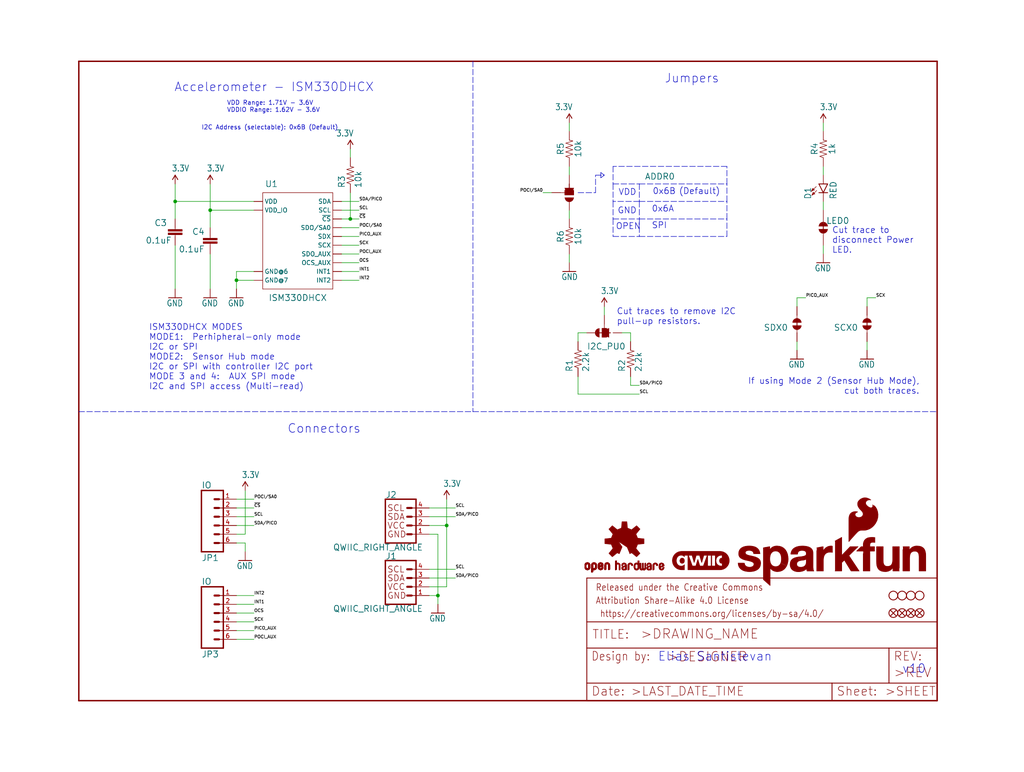
<source format=kicad_sch>
(kicad_sch (version 20211123) (generator eeschema)
  (paper "User" 297.002 223.926)
  (lib_symbols
    (symbol "eagleSchem-eagle-import:0.1UF-0603-25V-(+80{slash}-20%)"
      (property "Reference" "C" (at 1.524 2.921 0))
      (property "Value" "0.1UF-0603-25V-(+80{slash}-20%)" (at 1.524 -2.159 0))
      (symbol "0.1UF-0603-25V-(+80{slash}-20%)_1_0"
        (pin passive line (at 0 5.08 270) (length 2.54) (name "1") (number "1"))
        (pin passive line (at 0 -2.54 90) (length 2.54) (name "2") (number "2"))
      )
    )
    (symbol "eagleSchem-eagle-import:10KOHM-0603-1{slash}10W-1%"
      (property "Reference" "R" (at 0 1.524 0))
      (property "Value" "10KOHM-0603-1{slash}10W-1%" (at 0 -1.524 0))
      (symbol "10KOHM-0603-1{slash}10W-1%_1_0"
        (pin passive line (at -5.08 0 0) (length 2.54) (name "1") (number "1"))
        (pin passive line (at 5.08 0 180) (length 2.54) (name "2") (number "2"))
      )
    )
    (symbol "eagleSchem-eagle-import:1KOHM-0603-1{slash}10W-1%"
      (property "Reference" "R" (at 0 1.524 0))
      (property "Value" "1KOHM-0603-1{slash}10W-1%" (at 0 -1.524 0))
      (symbol "1KOHM-0603-1{slash}10W-1%_1_0"
        (pin passive line (at -5.08 0 0) (length 2.54) (name "1") (number "1"))
        (pin passive line (at 5.08 0 180) (length 2.54) (name "2") (number "2"))
      )
    )
    (symbol "eagleSchem-eagle-import:2.2KOHM-0603-1{slash}10W-1%"
      (property "Reference" "R" (at 0 1.524 0))
      (property "Value" "2.2KOHM-0603-1{slash}10W-1%" (at 0 -1.524 0))
      (symbol "2.2KOHM-0603-1{slash}10W-1%_1_0"
        (pin passive line (at -5.08 0 0) (length 2.54) (name "1") (number "1"))
        (pin passive line (at 5.08 0 180) (length 2.54) (name "2") (number "2"))
      )
    )
    (symbol "eagleSchem-eagle-import:3.3V" (power)
      (property "Value" "3.3V" (at 0 2.794 0))
      (symbol "3.3V_1_0"
        (pin power_in line (at 0 0 90) (length 2.54) (name "3.3V") (number "1"))
      )
    )
    (symbol "eagleSchem-eagle-import:CONN_06NO_SILK_NO_POP"
      (property "Reference" "J" (at -5.08 10.668 0))
      (property "Value" "CONN_06NO_SILK_NO_POP" (at -5.08 -9.906 0))
      (symbol "CONN_06NO_SILK_NO_POP_1_0"
        (pin passive line (at 5.08 -5.08 180) (length 5.08) (name "1") (number "1"))
        (pin passive line (at 5.08 -2.54 180) (length 5.08) (name "2") (number "2"))
        (pin passive line (at 5.08 0 180) (length 5.08) (name "3") (number "3"))
        (pin passive line (at 5.08 2.54 180) (length 5.08) (name "4") (number "4"))
        (pin passive line (at 5.08 5.08 180) (length 5.08) (name "5") (number "5"))
        (pin passive line (at 5.08 7.62 180) (length 5.08) (name "6") (number "6"))
      )
    )
    (symbol "eagleSchem-eagle-import:FIDUCIALUFIDUCIAL")
    (symbol "eagleSchem-eagle-import:FRAME-LETTER"
      (symbol "FRAME-LETTER_2_0"
        (text " https://creativecommons.org/licenses/by-sa/4.0/" (at 2.54 24.13 0) (effects (font (size 1.9304 1.6408)) (justify left bottom)))
        (text ">DESIGNER" (at 23.114 11.176 0) (effects (font (size 2.7432 2.7432)) (justify left bottom)))
        (text ">DRAWING_NAME" (at 15.494 17.78 0) (effects (font (size 2.7432 2.7432)) (justify left bottom)))
        (text ">LAST_DATE_TIME" (at 12.7 1.27 0) (effects (font (size 2.54 2.54)) (justify left bottom)))
        (text ">REV" (at 88.9 6.604 0) (effects (font (size 2.7432 2.7432)) (justify left bottom)))
        (text ">SHEET" (at 86.36 1.27 0) (effects (font (size 2.54 2.54)) (justify left bottom)))
        (text "Attribution Share-Alike 4.0 License" (at 2.54 27.94 0) (effects (font (size 1.9304 1.6408)) (justify left bottom)))
        (text "Date:" (at 1.27 1.27 0) (effects (font (size 2.54 2.54)) (justify left bottom)))
        (text "Design by:" (at 1.27 11.43 0) (effects (font (size 2.54 2.159)) (justify left bottom)))
        (text "Released under the Creative Commons" (at 2.54 31.75 0) (effects (font (size 1.9304 1.6408)) (justify left bottom)))
        (text "REV:" (at 88.9 11.43 0) (effects (font (size 2.54 2.54)) (justify left bottom)))
        (text "Sheet:" (at 72.39 1.27 0) (effects (font (size 2.54 2.54)) (justify left bottom)))
        (text "TITLE:" (at 1.524 17.78 0) (effects (font (size 2.54 2.54)) (justify left bottom)))
      )
    )
    (symbol "eagleSchem-eagle-import:GND" (power)
      (property "Value" "GND" (at 0 -0.254 0))
      (symbol "GND_1_0"
        (pin power_in line (at 0 2.54 270) (length 2.54) (name "GND") (number "1"))
      )
    )
    (symbol "eagleSchem-eagle-import:ISM330DHCX"
      (property "Reference" "U" (at -7.62 15.24 0))
      (property "Value" "ISM330DHCX" (at -7.62 -17.78 0))
      (symbol "ISM330DHCX_1_0"
        (pin bidirectional line (at 12.7 2.54 180) (length 2.54) (name "SDO/SA0") (number "P1"))
        (pin bidirectional line (at 12.7 -7.62 180) (length 2.54) (name "OCS_AUX") (number "P10"))
        (pin bidirectional line (at 12.7 -5.08 180) (length 2.54) (name "SDO_AUX") (number "P11"))
        (pin bidirectional line (at 12.7 5.08 180) (length 2.54) (name "~{CS}") (number "P12"))
        (pin bidirectional line (at 12.7 7.62 180) (length 2.54) (name "SCL") (number "P13"))
        (pin bidirectional line (at 12.7 10.16 180) (length 2.54) (name "SDA") (number "P14"))
        (pin bidirectional line (at 12.7 0 180) (length 2.54) (name "SDX") (number "P2"))
        (pin bidirectional line (at 12.7 -2.54 180) (length 2.54) (name "SCX") (number "P3"))
        (pin bidirectional line (at 12.7 -10.16 180) (length 2.54) (name "INT1") (number "P4"))
        (pin power_in line (at -12.7 7.62 0) (length 2.54) (name "VDD_IO") (number "P5"))
        (pin power_in line (at -12.7 -10.16 0) (length 2.54) (name "GND@6") (number "P6"))
        (pin power_in line (at -12.7 -12.7 0) (length 2.54) (name "GND@7") (number "P7"))
        (pin power_in line (at -12.7 10.16 0) (length 2.54) (name "VDD") (number "P8"))
        (pin bidirectional line (at 12.7 -12.7 180) (length 2.54) (name "INT2") (number "P9"))
      )
    )
    (symbol "eagleSchem-eagle-import:JUMPER-SMT_2_NC_TRACE_SILK"
      (property "Reference" "JP" (at 0 3.048 0))
      (property "Value" "JUMPER-SMT_2_NC_TRACE_SILK" (at 0 -3.048 0))
      (symbol "JUMPER-SMT_2_NC_TRACE_SILK_1_0"
        (pin passive line (at -5.08 0 0) (length 2.54) (name "1") (number "1"))
        (pin passive line (at 5.08 0 180) (length 2.54) (name "2") (number "2"))
      )
    )
    (symbol "eagleSchem-eagle-import:JUMPER-SMT_3_1-NC_TRACE_SILK"
      (property "Reference" "JP" (at 5.842 1.524 0))
      (property "Value" "JUMPER-SMT_3_1-NC_TRACE_SILK" (at 6.604 -1.27 0))
      (symbol "JUMPER-SMT_3_1-NC_TRACE_SILK_1_0"
        (pin passive line (at 0 5.08 270) (length 2.54) (name "1") (number "1"))
        (pin passive line (at -5.08 0 0) (length 2.54) (name "2") (number "2"))
        (pin passive line (at 0 -5.08 90) (length 2.54) (name "3") (number "3"))
      )
    )
    (symbol "eagleSchem-eagle-import:JUMPER-SMT_3_2-NC_TRACE_SILK"
      (property "Reference" "JP" (at 6.096 1.524 0))
      (property "Value" "JUMPER-SMT_3_2-NC_TRACE_SILK" (at 6.858 -1.524 0))
      (symbol "JUMPER-SMT_3_2-NC_TRACE_SILK_1_0"
        (pin passive line (at 0 5.08 270) (length 2.54) (name "1") (number "1"))
        (pin passive line (at -5.08 0 0) (length 2.54) (name "2") (number "2"))
        (pin passive line (at 0 -5.08 90) (length 2.54) (name "3") (number "3"))
      )
    )
    (symbol "eagleSchem-eagle-import:LED-RED0603"
      (property "Reference" "D" (at -3.429 -4.572 90))
      (property "Value" "LED-RED0603" (at 1.905 -4.572 90))
      (symbol "LED-RED0603_1_0"
        (pin passive line (at 0 2.54 270) (length 2.54) (name "A") (number "A"))
        (pin passive line (at 0 -5.08 90) (length 2.54) (name "C") (number "C"))
      )
    )
    (symbol "eagleSchem-eagle-import:OSHW-LOGOMINI")
    (symbol "eagleSchem-eagle-import:QWIIC_CONNECTORJS-1MM"
      (property "Reference" "J" (at -5.08 7.874 0))
      (property "Value" "QWIIC_CONNECTORJS-1MM" (at -5.08 -5.334 0))
      (symbol "QWIIC_CONNECTORJS-1MM_1_0"
        (text "GND" (at -4.572 -2.54 0) (effects (font (size 1.778 1.778)) (justify left)))
        (text "SCL" (at -4.572 5.08 0) (effects (font (size 1.778 1.778)) (justify left)))
        (text "SDA" (at -4.572 2.54 0) (effects (font (size 1.778 1.778)) (justify left)))
        (text "VCC" (at -4.572 0 0) (effects (font (size 1.778 1.778)) (justify left)))
        (pin power_in line (at 7.62 -2.54 180) (length 5.08) (name "1") (number "1"))
        (pin power_in line (at 7.62 0 180) (length 5.08) (name "2") (number "2"))
        (pin passive line (at 7.62 2.54 180) (length 5.08) (name "3") (number "3"))
        (pin passive line (at 7.62 5.08 180) (length 5.08) (name "4") (number "4"))
      )
    )
    (symbol "eagleSchem-eagle-import:QWIIC_LOGO_4MM")
    (symbol "eagleSchem-eagle-import:SFE_LOGO_NAME_FLAME.1_INCH")
    (symbol "eagleSchem-eagle-import:STAND-OFFTIGHT")
  )
  (junction (at 60.96 60.96))
  (junction (at 127 172.72))
  (junction (at 129.54 152.4))
  (junction (at 68.58 81.28))
  (junction (at 101.6 63.5))
  (junction (at 50.8 58.42))
  (wire (pts (xy 60.96 66.04) (xy 60.96 60.96)))
  (polyline (pts (xy 185.42 58.42) (xy 210.82 58.42)))
  (wire (pts (xy 124.46 154.94) (xy 127 154.94)))
  (polyline (pts (xy 177.8 53.34) (xy 177.8 58.42)))
  (wire (pts (xy 251.46 88.9) (xy 251.46 86.36)))
  (polyline (pts (xy 22.86 119.38) (xy 137.16 119.38)))
  (wire (pts (xy 68.58 152.4) (xy 73.66 152.4)))
  (wire (pts (xy 182.88 111.76) (xy 185.42 111.76)))
  (polyline (pts (xy 174.244 50.038) (xy 174.244 51.562)))
  (polyline (pts (xy 167.64 55.88) (xy 172.72 55.88)))
  (wire (pts (xy 99.06 81.28) (xy 104.14 81.28)))
  (wire (pts (xy 124.46 147.32) (xy 132.08 147.32)))
  (wire (pts (xy 175.26 88.9) (xy 175.26 91.44)))
  (wire (pts (xy 160.02 55.88) (xy 157.48 55.88)))
  (polyline (pts (xy 185.42 58.42) (xy 185.42 63.5)))
  (wire (pts (xy 167.64 109.22) (xy 167.64 114.3)))
  (polyline (pts (xy 210.82 48.26) (xy 177.8 48.26)))
  (wire (pts (xy 104.14 63.5) (xy 101.6 63.5)))
  (wire (pts (xy 68.58 81.28) (xy 68.58 78.74)))
  (wire (pts (xy 50.8 83.82) (xy 50.8 71.12)))
  (wire (pts (xy 50.8 63.5) (xy 50.8 58.42)))
  (wire (pts (xy 182.88 109.22) (xy 182.88 111.76)))
  (wire (pts (xy 60.96 83.82) (xy 60.96 73.66)))
  (polyline (pts (xy 185.42 63.5) (xy 210.82 63.5)))
  (wire (pts (xy 99.06 66.04) (xy 104.14 66.04)))
  (wire (pts (xy 129.54 152.4) (xy 129.54 144.78)))
  (wire (pts (xy 68.58 172.72) (xy 73.66 172.72)))
  (wire (pts (xy 68.58 177.8) (xy 73.66 177.8)))
  (wire (pts (xy 68.58 83.82) (xy 68.58 81.28)))
  (wire (pts (xy 99.06 68.58) (xy 104.14 68.58)))
  (wire (pts (xy 50.8 53.34) (xy 50.8 58.42)))
  (wire (pts (xy 251.46 86.36) (xy 254 86.36)))
  (wire (pts (xy 60.96 60.96) (xy 60.96 53.34)))
  (wire (pts (xy 68.58 144.78) (xy 73.66 144.78)))
  (wire (pts (xy 99.06 63.5) (xy 101.6 63.5)))
  (wire (pts (xy 68.58 175.26) (xy 73.66 175.26)))
  (polyline (pts (xy 185.42 58.42) (xy 177.8 58.42)))
  (polyline (pts (xy 137.16 17.78) (xy 137.16 119.38)))
  (polyline (pts (xy 175.26 50.8) (xy 174.244 51.562)))
  (wire (pts (xy 167.64 99.06) (xy 167.64 96.52)))
  (wire (pts (xy 68.58 185.42) (xy 73.66 185.42)))
  (polyline (pts (xy 210.82 53.34) (xy 210.82 48.26)))
  (wire (pts (xy 50.8 58.42) (xy 73.66 58.42)))
  (wire (pts (xy 124.46 172.72) (xy 127 172.72)))
  (wire (pts (xy 231.14 86.36) (xy 233.68 86.36)))
  (wire (pts (xy 238.76 38.1) (xy 238.76 35.56)))
  (wire (pts (xy 124.46 167.64) (xy 132.08 167.64)))
  (polyline (pts (xy 185.42 68.58) (xy 210.82 68.58)))
  (wire (pts (xy 231.14 101.6) (xy 231.14 99.06)))
  (wire (pts (xy 68.58 78.74) (xy 73.66 78.74)))
  (wire (pts (xy 68.58 180.34) (xy 73.66 180.34)))
  (polyline (pts (xy 172.72 50.8) (xy 175.26 50.8)))
  (wire (pts (xy 68.58 147.32) (xy 73.66 147.32)))
  (wire (pts (xy 238.76 71.12) (xy 238.76 73.66)))
  (polyline (pts (xy 175.26 50.8) (xy 174.244 50.038)))
  (wire (pts (xy 167.64 114.3) (xy 185.42 114.3)))
  (polyline (pts (xy 137.16 119.38) (xy 271.78 119.38)))
  (polyline (pts (xy 185.42 63.5) (xy 185.42 68.58)))
  (wire (pts (xy 124.46 149.86) (xy 132.08 149.86)))
  (wire (pts (xy 99.06 76.2) (xy 104.14 76.2)))
  (wire (pts (xy 127 154.94) (xy 127 172.72)))
  (polyline (pts (xy 177.8 63.5) (xy 177.8 68.58)))
  (wire (pts (xy 99.06 60.96) (xy 104.14 60.96)))
  (wire (pts (xy 238.76 58.42) (xy 238.76 60.96)))
  (wire (pts (xy 165.1 73.66) (xy 165.1 76.2)))
  (wire (pts (xy 165.1 48.26) (xy 165.1 50.8)))
  (wire (pts (xy 99.06 71.12) (xy 104.14 71.12)))
  (wire (pts (xy 68.58 154.94) (xy 71.12 154.94)))
  (wire (pts (xy 127 172.72) (xy 127 175.26)))
  (wire (pts (xy 73.66 60.96) (xy 60.96 60.96)))
  (polyline (pts (xy 177.8 58.42) (xy 177.8 63.5)))
  (polyline (pts (xy 210.82 58.42) (xy 210.82 53.34)))
  (wire (pts (xy 238.76 48.26) (xy 238.76 50.8)))
  (wire (pts (xy 68.58 149.86) (xy 73.66 149.86)))
  (wire (pts (xy 68.58 182.88) (xy 73.66 182.88)))
  (polyline (pts (xy 185.42 53.34) (xy 210.82 53.34)))
  (wire (pts (xy 124.46 152.4) (xy 129.54 152.4)))
  (polyline (pts (xy 177.8 53.34) (xy 185.42 53.34)))
  (polyline (pts (xy 177.8 68.58) (xy 185.42 68.58)))
  (wire (pts (xy 124.46 170.18) (xy 129.54 170.18)))
  (polyline (pts (xy 185.42 53.34) (xy 185.42 58.42)))
  (wire (pts (xy 99.06 58.42) (xy 104.14 58.42)))
  (wire (pts (xy 71.12 157.48) (xy 71.12 160.02)))
  (wire (pts (xy 99.06 73.66) (xy 104.14 73.66)))
  (wire (pts (xy 101.6 43.18) (xy 101.6 45.72)))
  (wire (pts (xy 180.34 96.52) (xy 182.88 96.52)))
  (wire (pts (xy 165.1 35.56) (xy 165.1 38.1)))
  (polyline (pts (xy 172.72 55.88) (xy 172.72 50.8)))
  (polyline (pts (xy 210.82 63.5) (xy 210.82 58.42)))
  (wire (pts (xy 167.64 96.52) (xy 170.18 96.52)))
  (wire (pts (xy 124.46 165.1) (xy 132.08 165.1)))
  (wire (pts (xy 182.88 96.52) (xy 182.88 99.06)))
  (wire (pts (xy 129.54 170.18) (xy 129.54 152.4)))
  (wire (pts (xy 251.46 101.6) (xy 251.46 99.06)))
  (wire (pts (xy 231.14 88.9) (xy 231.14 86.36)))
  (wire (pts (xy 73.66 81.28) (xy 68.58 81.28)))
  (wire (pts (xy 71.12 154.94) (xy 71.12 142.24)))
  (wire (pts (xy 101.6 63.5) (xy 101.6 55.88)))
  (wire (pts (xy 68.58 157.48) (xy 71.12 157.48)))
  (wire (pts (xy 104.14 78.74) (xy 99.06 78.74)))
  (polyline (pts (xy 210.82 68.58) (xy 210.82 63.5)))
  (wire (pts (xy 165.1 63.5) (xy 165.1 60.96)))
  (polyline (pts (xy 177.8 63.5) (xy 185.42 63.5)))
  (polyline (pts (xy 177.8 48.26) (xy 177.8 53.34)))
  (text "Elias Santistevan" (at 190.754 192.024 180) (effects (font (size 2.54 2.54)) (justify left bottom)))
  (text "Jumpers" (at 200.66 22.86 180) (effects (font (size 2.54 2.54))))
  (text "SPI" (at 188.976 66.548 180) (effects (font (size 1.778 1.778)) (justify left bottom)))
  (text "Cut trace to\ndisconnect Power\nLED." (at 241.3 73.66 180) (effects (font (size 1.778 1.778)) (justify left bottom)))
  (text "VDD Range: 1.71V - 3.6V\nVDDIO Range: 1.62V - 3.6V" (at 65.786 32.766 180) (effects (font (size 1.27 1.27)) (justify left bottom)))
  (text "(Default)" (at 196.85 56.642 180) (effects (font (size 1.778 1.778)) (justify left bottom)))
  (text "OPEN" (at 178.562 66.802 180) (effects (font (size 1.778 1.778)) (justify left bottom)))
  (text "If using Mode 2 (Sensor Hub Mode),\ncut both traces." (at 266.7 114.554 0) (effects (font (size 1.778 1.778)) (justify right bottom)))
  (text "GND" (at 179.07 62.23 180) (effects (font (size 1.778 1.778)) (justify left bottom)))
  (text "v10" (at 261.62 195.58 180) (effects (font (size 2.54 2.54)) (justify left bottom)))
  (text "Accelerometer - ISM330DHCX" (at 79.502 25.4 180) (effects (font (size 2.54 2.54))))
  (text "Cut traces to remove I2C\npull-up resistors." (at 178.816 89.408 180) (effects (font (size 1.778 1.778)) (justify left top)))
  (text "I2C Address (selectable): 0x6B (Default)" (at 58.42 37.846 180) (effects (font (size 1.27 1.27)) (justify left bottom)))
  (text "Connectors" (at 93.98 124.46 180) (effects (font (size 2.54 2.54))))
  (text "0x6A" (at 188.976 61.722 180) (effects (font (size 1.778 1.778)) (justify left bottom)))
  (text "ISM330DHCX MODES\nMODE1:  Perhipheral-only mode\nI2C or SPI\nMODE2:  Sensor Hub mode\nI2C or SPI with controller I2C port\nMODE 3 and 4:  AUX SPI mode\nI2C and SPI access (Multi-read)" (at 43.18 93.98 0) (effects (font (size 1.778 1.778)) (justify left top)))
  (text "0x6B" (at 189.23 56.642 180) (effects (font (size 1.778 1.778)) (justify left bottom)))
  (text "VDD" (at 179.324 56.896 180) (effects (font (size 1.778 1.778)) (justify left bottom)))
  (label "SCL" (at 185.42 114.3 0) (effects (font (size 0.889 0.889))))
  (label "SCL" (at 132.08 147.32 0) (effects (font (size 0.889 0.889))))
  (label "SCL" (at 73.66 149.86 0) (effects (font (size 0.889 0.889))))
  (label "POCI_AUX" (at 73.66 185.42 0) (effects (font (size 0.889 0.889))))
  (label "SDA/PICO" (at 185.42 111.76 0) (effects (font (size 0.889 0.889))))
  (label "SDA/PICO" (at 73.66 152.4 0) (effects (font (size 0.889 0.889))))
  (label "SDA/PICO" (at 104.14 58.42 0) (effects (font (size 0.889 0.889))))
  (label "SCX" (at 254 86.36 0) (effects (font (size 0.889 0.889))))
  (label "POCI/SA0" (at 73.66 144.78 0) (effects (font (size 0.889 0.889))))
  (label "OCS" (at 73.66 177.8 0) (effects (font (size 0.889 0.889))))
  (label "SCX" (at 73.66 180.34 0) (effects (font (size 0.889 0.889))))
  (label "SCL" (at 132.08 165.1 0) (effects (font (size 0.889 0.889))))
  (label "INT1" (at 73.66 175.26 0) (effects (font (size 0.889 0.889))))
  (label "POCI_AUX" (at 104.14 73.66 0) (effects (font (size 0.889 0.889))))
  (label "INT2" (at 104.14 81.28 0) (effects (font (size 0.889 0.889))))
  (label "POCI/SA0" (at 157.48 55.88 180) (effects (font (size 0.889 0.889))))
  (label "INT1" (at 104.14 78.74 0) (effects (font (size 0.889 0.889))))
  (label "PICO_AUX" (at 104.14 68.58 0) (effects (font (size 0.889 0.889))))
  (label "SDA/PICO" (at 132.08 149.86 0) (effects (font (size 0.889 0.889))))
  (label "PICO_AUX" (at 73.66 182.88 0) (effects (font (size 0.889 0.889))))
  (label "OCS" (at 104.14 76.2 0) (effects (font (size 0.889 0.889))))
  (label "SCL" (at 104.14 60.96 0) (effects (font (size 0.889 0.889))))
  (label "SDA/PICO" (at 132.08 167.64 0) (effects (font (size 0.889 0.889))))
  (label "INT2" (at 73.66 172.72 0) (effects (font (size 0.889 0.889))))
  (label "PICO_AUX" (at 233.68 86.36 0) (effects (font (size 0.889 0.889))))
  (label "SCX" (at 104.14 71.12 0) (effects (font (size 0.889 0.889))))
  (label "~{CS}" (at 73.66 147.32 0) (effects (font (size 0.889 0.889))))
  (label "~{CS}" (at 104.14 63.5 0) (effects (font (size 0.889 0.889))))
  (label "POCI/SA0" (at 104.14 66.04 0) (effects (font (size 0.889 0.889))))
  (symbol (lib_id "eagleSchem-eagle-import:FRAME-LETTER") (at 170.18 203.2 0) (unit 2)
    (property "Reference" "FRAME1" (effects hide))
    (property "Value" "FRAME-LETTER" (effects hide))
    (property "Footprint" "eagleSchem:CREATIVE_COMMONS" (effects hide))
    (property "Value" "FRAME-LETTER" (effects hide))
  )
  (symbol (lib_id "eagleSchem-eagle-import:GND") (at 60.96 86.36 0) (unit 1)
    (property "Reference" "#GND10" (effects hide))
    (property "Value" "GND" (at 58.42 88.9 0) (effects (font (size 1.778 1.5113)) (justify left bottom)))
    (property "Footprint" "eagleSchem:" (effects hide))
  )
  (symbol (lib_id "eagleSchem-eagle-import:3.3V") (at 238.76 35.56 0) (unit 1)
    (property "Reference" "#SUPPLY3" (effects hide))
    (property "Value" "3.3V" (at 237.744 32.004 0) (effects (font (size 1.778 1.5113)) (justify left bottom)))
    (property "Footprint" "eagleSchem:" (effects hide))
  )
  (symbol (lib_id "eagleSchem-eagle-import:3.3V") (at 175.26 88.9 0) (unit 1)
    (property "Reference" "#SUPPLY2" (effects hide))
    (property "Value" "3.3V" (at 174.244 85.344 0) (effects (font (size 1.778 1.5113)) (justify left bottom)))
    (property "Footprint" "eagleSchem:" (effects hide))
  )
  (symbol (lib_id "eagleSchem-eagle-import:FRAME-LETTER") (at 22.86 203.2 0) (unit 1)
    (property "Reference" "FRAME1" (effects hide))
    (property "Value" "FRAME-LETTER" (effects hide))
    (property "Footprint" "eagleSchem:CREATIVE_COMMONS" (effects hide))
    (property "Value" "FRAME-LETTER" (effects hide))
  )
  (symbol (lib_id "eagleSchem-eagle-import:10KOHM-0603-1{slash}10W-1%") (at 165.1 43.18 90) (unit 1)
    (property "Reference" "R5" (at 163.576 43.18 0) (effects (font (size 1.778 1.778)) (justify bottom)))
    (property "Value" "10k" (at 166.624 43.18 0) (effects (font (size 1.778 1.778)) (justify top)))
    (property "Footprint" "eagleSchem:0603" (effects hide))
  )
  (symbol (lib_id "eagleSchem-eagle-import:1KOHM-0603-1{slash}10W-1%") (at 238.76 43.18 90) (unit 1)
    (property "Reference" "R4" (at 237.236 43.18 0) (effects (font (size 1.778 1.778)) (justify bottom)))
    (property "Value" "1k" (at 240.284 43.18 0) (effects (font (size 1.778 1.778)) (justify top)))
    (property "Footprint" "eagleSchem:0603" (effects hide))
  )
  (symbol (lib_id "eagleSchem-eagle-import:LED-RED0603") (at 238.76 53.34 0) (unit 1)
    (property "Reference" "D1" (at 235.331 57.912 90) (effects (font (size 1.778 1.778)) (justify left bottom)))
    (property "Value" "RED" (at 240.665 57.912 90) (effects (font (size 1.778 1.778)) (justify left top)))
    (property "Footprint" "eagleSchem:LED-0603" (effects hide))
  )
  (symbol (lib_id "eagleSchem-eagle-import:0.1UF-0603-25V-(+80{slash}-20%)") (at 60.96 71.12 0) (mirror y) (unit 1)
    (property "Reference" "C4" (at 59.436 68.199 0) (effects (font (size 1.778 1.778)) (justify left bottom)))
    (property "Value" "0.1uF" (at 59.436 73.279 0) (effects (font (size 1.778 1.778)) (justify left bottom)))
    (property "Footprint" "eagleSchem:0603" (effects hide))
  )
  (symbol (lib_id "eagleSchem-eagle-import:STAND-OFFTIGHT") (at 264.16 172.72 0) (unit 1)
    (property "Reference" "STANDOFF3" (effects hide))
    (property "Value" "STAND-OFFTIGHT" (effects hide))
    (property "Footprint" "eagleSchem:STAND-OFF-TIGHT" (effects hide))
  )
  (symbol (lib_id "eagleSchem-eagle-import:QWIIC_LOGO_4MM") (at 203.2 162.56 0) (unit 1)
    (property "Reference" "LOGO1" (effects hide))
    (property "Value" "QWIIC_LOGO_4MM" (effects hide))
    (property "Footprint" "eagleSchem:QWIIC_4MM" (effects hide))
  )
  (symbol (lib_id "eagleSchem-eagle-import:JUMPER-SMT_2_NC_TRACE_SILK") (at 251.46 93.98 90) (unit 1)
    (property "Reference" "SCX0" (at 248.92 93.98 90) (effects (font (size 1.778 1.778)) (justify left bottom)))
    (property "Value" "JUMPER-SMT_2_NC_TRACE_SILK" (effects hide))
    (property "Footprint" "eagleSchem:SMT-JUMPER_2_NC_TRACE_SILK" (effects hide))
  )
  (symbol (lib_id "eagleSchem-eagle-import:2.2KOHM-0603-1{slash}10W-1%") (at 167.64 104.14 90) (unit 1)
    (property "Reference" "R1" (at 166.1414 107.95 0) (effects (font (size 1.778 1.778)) (justify left bottom)))
    (property "Value" "2.2k" (at 170.942 107.95 0) (effects (font (size 1.778 1.778)) (justify left bottom)))
    (property "Footprint" "eagleSchem:0603" (effects hide))
  )
  (symbol (lib_id "eagleSchem-eagle-import:STAND-OFFTIGHT") (at 261.62 172.72 0) (unit 1)
    (property "Reference" "STANDOFF2" (effects hide))
    (property "Value" "STAND-OFFTIGHT" (effects hide))
    (property "Footprint" "eagleSchem:STAND-OFF-TIGHT" (effects hide))
  )
  (symbol (lib_id "eagleSchem-eagle-import:JUMPER-SMT_3_1-NC_TRACE_SILK") (at 165.1 55.88 0) (mirror x) (unit 1)
    (property "Reference" "ADDR0" (at 186.944 50.165 0) (effects (font (size 1.778 1.778)) (justify left bottom)))
    (property "Value" "JUMPER-SMT_3_1-NC_TRACE_SILK" (effects hide))
    (property "Footprint" "eagleSchem:SMT-JUMPER_3_1-NC_TRACE_SILK" (effects hide))
  )
  (symbol (lib_id "eagleSchem-eagle-import:10KOHM-0603-1{slash}10W-1%") (at 101.6 50.8 90) (unit 1)
    (property "Reference" "R3" (at 100.1014 54.61 0) (effects (font (size 1.778 1.778)) (justify left bottom)))
    (property "Value" "10k" (at 104.902 54.61 0) (effects (font (size 1.778 1.778)) (justify left bottom)))
    (property "Footprint" "eagleSchem:0603" (effects hide))
  )
  (symbol (lib_id "eagleSchem-eagle-import:QWIIC_CONNECTORJS-1MM") (at 116.84 152.4 0) (unit 1)
    (property "Reference" "J2" (at 111.76 144.526 0) (effects (font (size 1.778 1.778)) (justify left bottom)))
    (property "Value" "QWIIC_RIGHT_ANGLE" (at 96.52 157.734 0) (effects (font (size 1.778 1.778)) (justify left top)))
    (property "Footprint" "eagleSchem:JST04_1MM_RA" (effects hide))
  )
  (symbol (lib_id "eagleSchem-eagle-import:JUMPER-SMT_2_NC_TRACE_SILK") (at 231.14 93.98 90) (unit 1)
    (property "Reference" "SDX0" (at 228.6 93.98 90) (effects (font (size 1.778 1.778)) (justify left bottom)))
    (property "Value" "JUMPER-SMT_2_NC_TRACE_SILK" (effects hide))
    (property "Footprint" "eagleSchem:SMT-JUMPER_2_NC_TRACE_SILK" (effects hide))
  )
  (symbol (lib_id "eagleSchem-eagle-import:SFE_LOGO_NAME_FLAME.1_INCH") (at 213.36 170.18 0) (unit 1)
    (property "Reference" "LOGO3" (effects hide))
    (property "Value" "SFE_LOGO_NAME_FLAME.1_INCH" (effects hide))
    (property "Footprint" "eagleSchem:SFE_LOGO_NAME_FLAME_.1" (effects hide))
  )
  (symbol (lib_id "eagleSchem-eagle-import:FIDUCIALUFIDUCIAL") (at 264.16 177.8 0) (unit 1)
    (property "Reference" "FD1" (effects hide))
    (property "Value" "FIDUCIALUFIDUCIAL" (effects hide))
    (property "Footprint" "eagleSchem:FIDUCIAL-MICRO" (effects hide))
  )
  (symbol (lib_id "eagleSchem-eagle-import:CONN_06NO_SILK_NO_POP") (at 63.5 149.86 0) (mirror x) (unit 1)
    (property "Reference" "JP1" (at 58.42 160.782 0) (effects (font (size 1.778 1.778)) (justify left bottom)))
    (property "Value" "IO" (at 58.42 139.7 0) (effects (font (size 1.778 1.778)) (justify left bottom)))
    (property "Footprint" "eagleSchem:1X06_NO_SILK" (effects hide))
  )
  (symbol (lib_id "eagleSchem-eagle-import:OSHW-LOGOMINI") (at 181.102 156.972 0) (unit 1)
    (property "Reference" "LOGO2" (effects hide))
    (property "Value" "OSHW-LOGOMINI" (effects hide))
    (property "Footprint" "eagleSchem:OSHW-LOGO-MINI" (effects hide))
  )
  (symbol (lib_id "eagleSchem-eagle-import:FIDUCIALUFIDUCIAL") (at 259.08 177.8 0) (unit 1)
    (property "Reference" "FID1" (effects hide))
    (property "Value" "FIDUCIALUFIDUCIAL" (effects hide))
    (property "Footprint" "eagleSchem:FIDUCIAL-MICRO" (effects hide))
  )
  (symbol (lib_id "eagleSchem-eagle-import:2.2KOHM-0603-1{slash}10W-1%") (at 182.88 104.14 90) (unit 1)
    (property "Reference" "R2" (at 181.3814 107.95 0) (effects (font (size 1.778 1.778)) (justify left bottom)))
    (property "Value" "2.2k" (at 186.182 107.95 0) (effects (font (size 1.778 1.778)) (justify left bottom)))
    (property "Footprint" "eagleSchem:0603" (effects hide))
  )
  (symbol (lib_id "eagleSchem-eagle-import:GND") (at 68.58 86.36 0) (unit 1)
    (property "Reference" "#GND4" (effects hide))
    (property "Value" "GND" (at 66.04 88.9 0) (effects (font (size 1.778 1.5113)) (justify left bottom)))
    (property "Footprint" "eagleSchem:" (effects hide))
  )
  (symbol (lib_id "eagleSchem-eagle-import:GND") (at 231.14 104.14 0) (unit 1)
    (property "Reference" "#GND1" (effects hide))
    (property "Value" "GND" (at 228.6 106.68 0) (effects (font (size 1.778 1.5113)) (justify left bottom)))
    (property "Footprint" "eagleSchem:" (effects hide))
  )
  (symbol (lib_id "eagleSchem-eagle-import:GND") (at 50.8 86.36 0) (unit 1)
    (property "Reference" "#GND5" (effects hide))
    (property "Value" "GND" (at 48.26 88.9 0) (effects (font (size 1.778 1.5113)) (justify left bottom)))
    (property "Footprint" "eagleSchem:" (effects hide))
  )
  (symbol (lib_id "eagleSchem-eagle-import:JUMPER-SMT_2_NC_TRACE_SILK") (at 238.76 66.04 90) (unit 1)
    (property "Reference" "LED0" (at 246.38 62.992 90) (effects (font (size 1.778 1.778)) (justify left bottom)))
    (property "Value" "JUMPER-SMT_2_NC_TRACE_SILK" (effects hide))
    (property "Footprint" "eagleSchem:SMT-JUMPER_2_NC_TRACE_SILK" (effects hide))
  )
  (symbol (lib_id "eagleSchem-eagle-import:STAND-OFFTIGHT") (at 266.7 172.72 0) (unit 1)
    (property "Reference" "STANDOFF4" (effects hide))
    (property "Value" "STAND-OFFTIGHT" (effects hide))
    (property "Footprint" "eagleSchem:STAND-OFF-TIGHT" (effects hide))
  )
  (symbol (lib_id "eagleSchem-eagle-import:3.3V") (at 129.54 144.78 0) (unit 1)
    (property "Reference" "#SUPPLY1" (effects hide))
    (property "Value" "3.3V" (at 128.524 141.224 0) (effects (font (size 1.778 1.5113)) (justify left bottom)))
    (property "Footprint" "eagleSchem:" (effects hide))
  )
  (symbol (lib_id "eagleSchem-eagle-import:GND") (at 238.76 76.2 0) (unit 1)
    (property "Reference" "#GND7" (effects hide))
    (property "Value" "GND" (at 236.22 78.74 0) (effects (font (size 1.778 1.5113)) (justify left bottom)))
    (property "Footprint" "eagleSchem:" (effects hide))
  )
  (symbol (lib_id "eagleSchem-eagle-import:3.3V") (at 71.12 142.24 0) (unit 1)
    (property "Reference" "#SUPPLY6" (effects hide))
    (property "Value" "3.3V" (at 70.104 138.684 0) (effects (font (size 1.778 1.5113)) (justify left bottom)))
    (property "Footprint" "eagleSchem:" (effects hide))
  )
  (symbol (lib_id "eagleSchem-eagle-import:3.3V") (at 101.6 43.18 0) (mirror y) (unit 1)
    (property "Reference" "#SUPPLY11" (effects hide))
    (property "Value" "3.3V" (at 102.616 39.624 0) (effects (font (size 1.778 1.5113)) (justify left bottom)))
    (property "Footprint" "eagleSchem:" (effects hide))
  )
  (symbol (lib_id "eagleSchem-eagle-import:CONN_06NO_SILK_NO_POP") (at 63.5 177.8 0) (mirror x) (unit 1)
    (property "Reference" "JP3" (at 58.42 188.722 0) (effects (font (size 1.778 1.778)) (justify left bottom)))
    (property "Value" "IO" (at 58.42 167.64 0) (effects (font (size 1.778 1.778)) (justify left bottom)))
    (property "Footprint" "eagleSchem:1X06_NO_SILK" (effects hide))
  )
  (symbol (lib_id "eagleSchem-eagle-import:ISM330DHCX") (at 86.36 68.58 0) (unit 1)
    (property "Reference" "U1" (at 78.74 53.34 0) (effects (font (size 1.778 1.778))))
    (property "Value" "ISM330DHCX" (at 86.36 86.36 0) (effects (font (size 1.778 1.778))))
    (property "Footprint" "eagleSchem:LGA-14L" (effects hide))
  )
  (symbol (lib_id "eagleSchem-eagle-import:GND") (at 127 177.8 0) (unit 1)
    (property "Reference" "#GND3" (effects hide))
    (property "Value" "GND" (at 124.46 180.34 0) (effects (font (size 1.778 1.5113)) (justify left bottom)))
    (property "Footprint" "eagleSchem:" (effects hide))
  )
  (symbol (lib_id "eagleSchem-eagle-import:3.3V") (at 50.8 53.34 0) (unit 1)
    (property "Reference" "#SUPPLY5" (effects hide))
    (property "Value" "3.3V" (at 49.784 49.784 0) (effects (font (size 1.778 1.5113)) (justify left bottom)))
    (property "Footprint" "eagleSchem:" (effects hide))
  )
  (symbol (lib_id "eagleSchem-eagle-import:GND") (at 251.46 104.14 0) (unit 1)
    (property "Reference" "#GND2" (effects hide))
    (property "Value" "GND" (at 248.92 106.68 0) (effects (font (size 1.778 1.5113)) (justify left bottom)))
    (property "Footprint" "eagleSchem:" (effects hide))
  )
  (symbol (lib_id "eagleSchem-eagle-import:JUMPER-SMT_3_2-NC_TRACE_SILK") (at 175.26 96.52 90) (mirror x) (unit 1)
    (property "Reference" "I2C_PU0" (at 170.18 99.441 90) (effects (font (size 1.778 1.778)) (justify right top)))
    (property "Value" "S_MODE" (effects hide))
    (property "Footprint" "eagleSchem:SMT-JUMPER_3_2-NC_TRACE_SILK" (effects hide))
  )
  (symbol (lib_id "eagleSchem-eagle-import:FIDUCIALUFIDUCIAL") (at 261.62 177.8 0) (unit 1)
    (property "Reference" "FID2" (effects hide))
    (property "Value" "FIDUCIALUFIDUCIAL" (effects hide))
    (property "Footprint" "eagleSchem:FIDUCIAL-MICRO" (effects hide))
  )
  (symbol (lib_id "eagleSchem-eagle-import:3.3V") (at 165.1 35.56 0) (mirror y) (unit 1)
    (property "Reference" "#SUPPLY10" (effects hide))
    (property "Value" "3.3V" (at 166.116 32.004 0) (effects (font (size 1.778 1.5113)) (justify left bottom)))
    (property "Footprint" "eagleSchem:" (effects hide))
  )
  (symbol (lib_id "eagleSchem-eagle-import:STAND-OFFTIGHT") (at 259.08 172.72 0) (unit 1)
    (property "Reference" "STANDOFF1" (effects hide))
    (property "Value" "STAND-OFFTIGHT" (effects hide))
    (property "Footprint" "eagleSchem:STAND-OFF-TIGHT" (effects hide))
  )
  (symbol (lib_id "eagleSchem-eagle-import:QWIIC_CONNECTORJS-1MM") (at 116.84 170.18 0) (unit 1)
    (property "Reference" "J1" (at 111.76 162.306 0) (effects (font (size 1.778 1.778)) (justify left bottom)))
    (property "Value" "QWIIC_RIGHT_ANGLE" (at 96.52 175.514 0) (effects (font (size 1.778 1.778)) (justify left top)))
    (property "Footprint" "eagleSchem:JST04_1MM_RA" (effects hide))
  )
  (symbol (lib_id "eagleSchem-eagle-import:3.3V") (at 60.96 53.34 0) (unit 1)
    (property "Reference" "#SUPPLY4" (effects hide))
    (property "Value" "3.3V" (at 59.944 49.784 0) (effects (font (size 1.778 1.5113)) (justify left bottom)))
    (property "Footprint" "eagleSchem:" (effects hide))
  )
  (symbol (lib_id "eagleSchem-eagle-import:0.1UF-0603-25V-(+80{slash}-20%)") (at 50.8 68.58 0) (unit 1)
    (property "Reference" "C3" (at 44.704 65.659 0) (effects (font (size 1.778 1.778)) (justify left bottom)))
    (property "Value" "0.1uF" (at 42.164 70.739 0) (effects (font (size 1.778 1.778)) (justify left bottom)))
    (property "Footprint" "eagleSchem:0603" (effects hide))
  )
  (symbol (lib_id "eagleSchem-eagle-import:GND") (at 165.1 78.74 0) (mirror y) (unit 1)
    (property "Reference" "#GND6" (effects hide))
    (property "Value" "GND" (at 167.64 81.28 0) (effects (font (size 1.778 1.5113)) (justify left bottom)))
    (property "Footprint" "eagleSchem:" (effects hide))
  )
  (symbol (lib_id "eagleSchem-eagle-import:GND") (at 71.12 162.56 0) (unit 1)
    (property "Reference" "#GND11" (effects hide))
    (property "Value" "GND" (at 68.58 165.1 0) (effects (font (size 1.778 1.5113)) (justify left bottom)))
    (property "Footprint" "eagleSchem:" (effects hide))
  )
  (symbol (lib_id "eagleSchem-eagle-import:FIDUCIALUFIDUCIAL") (at 266.7 177.8 0) (unit 1)
    (property "Reference" "FD2" (effects hide))
    (property "Value" "FIDUCIALUFIDUCIAL" (effects hide))
    (property "Footprint" "eagleSchem:FIDUCIAL-MICRO" (effects hide))
  )
  (symbol (lib_id "eagleSchem-eagle-import:10KOHM-0603-1{slash}10W-1%") (at 165.1 68.58 90) (unit 1)
    (property "Reference" "R6" (at 163.576 68.58 0) (effects (font (size 1.778 1.778)) (justify bottom)))
    (property "Value" "10k" (at 166.624 68.58 0) (effects (font (size 1.778 1.778)) (justify top)))
    (property "Footprint" "eagleSchem:0603" (effects hide))
  )
)
</source>
